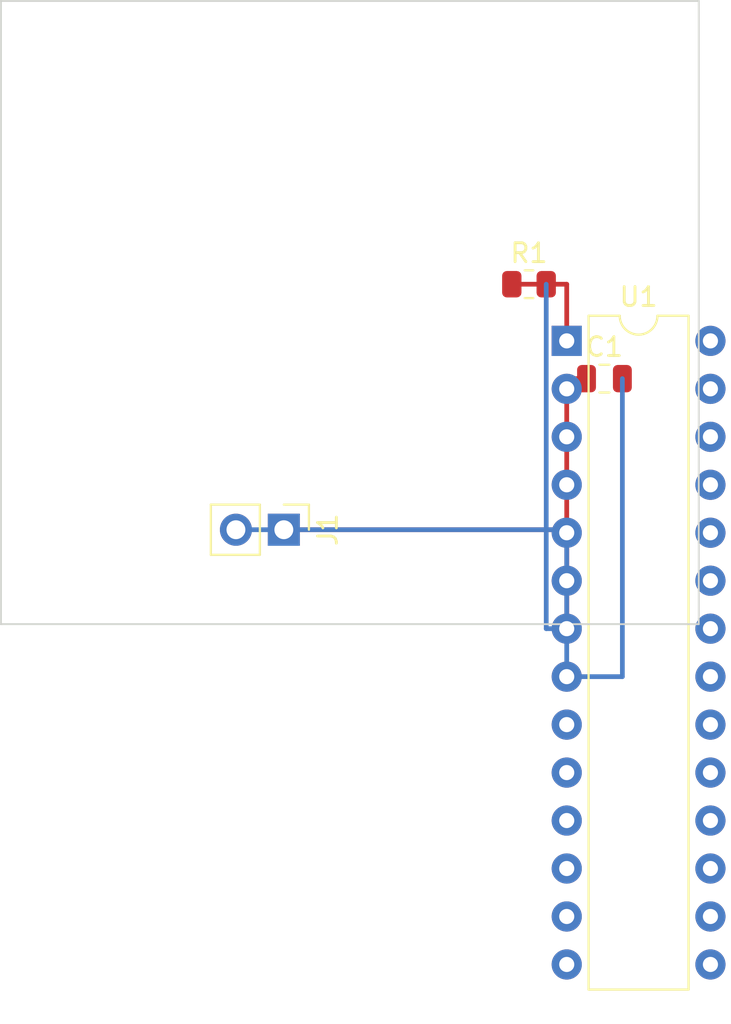
<source format=kicad_pcb>
(kicad_pcb (version 20211014) (generator pcbnew)
  (layers (0 "F.Cu" signal) (31 "B.Cu" signal) (34 "B.Paste" user) (35 "F.Paste" user) (36 "B.SilkS" user "B.Silkscreen") (37 "F.SilkS" user "F.Silkscreen") (38 "B.Mask" user) (39 "F.Mask" user) (44 "Edge.Cuts" user))
  (net 0 "")
  (footprint "C_0805_2012Metric" (layer "F.Cu") (at 32 20)
    (fp_text reference "C1" (at 0 -1.68) (layer "F.SilkS"))
    (fp_text value "100nF")
    (fp_line (start -0.261252 -0.735) (end 0.261252 -0.735) (layer "F.SilkS") (width 0.12))
    (fp_line (start -0.261252 0.735) (end 0.261252 0.735) (layer "F.SilkS") (width 0.12))
    (pad "1" smd roundrect (at -0.95 0) (size 1 1.45) (layers "F.Cu" "F.Paste" "F.Mask"))
    (pad "2" smd roundrect (at 0.95 0) (size 1 1.45) (layers "F.Cu" "F.Paste" "F.Mask"))
  )
  (footprint "R_0805_2012Metric" (layer "F.Cu") (at 28 15)
    (fp_text reference "R1" (at 0 -1.65) (layer "F.SilkS"))
    (fp_text value "10K")
    (fp_line (start -0.227064 0.735) (end 0.227064 0.735) (layer "F.SilkS") (width 0.12))
    (fp_line (start -0.227064 -0.735) (end 0.227064 -0.735) (layer "F.SilkS") (width 0.12))
    (pad "1" smd roundrect (at -0.9125 0) (size 1.025 1.4) (layers "F.Cu" "F.Paste" "F.Mask") (roundrect_rratio 0.243902))
    (pad "2" smd roundrect (at 0.9125 0) (size 1.025 1.4) (layers "F.Cu" "F.Paste" "F.Mask") (roundrect_rratio 0.243902))
  )
  (footprint "DIP-28_W7.62mm" (layer "F.Cu") (at 30 18)
    (fp_text reference "U1" (at 3.81 -2.33) (layer "F.SilkS"))
    (fp_text value "ATmega328P")
    (fp_line (start 6.46 -1.33) (end 4.81 -1.33) (layer "F.SilkS") (width 0.12))
    (fp_line (start 1.16 -1.33) (end 1.16 34.35) (layer "F.SilkS") (width 0.12))
    (fp_line (start 1.16 34.35) (end 6.46 34.35) (layer "F.SilkS") (width 0.12))
    (fp_line (start 2.81 -1.33) (end 1.16 -1.33) (layer "F.SilkS") (width 0.12))
    (fp_line (start 6.46 34.35) (end 6.46 -1.33) (layer "F.SilkS") (width 0.12))
    (fp_arc (start 4.81 -1.33) (mid 3.81 -0.33) (end 2.81 -1.33) (layer "F.SilkS") (width 0.12))
    (pad "1" thru_hole rect (at 0 0) (size 1.6 1.6) (drill 0.8) (layers *.Cu *.Mask))
    (pad "2" thru_hole oval (at 0 2.54) (size 1.6 1.6) (drill 0.8) (layers *.Cu *.Mask))
    (pad "3" thru_hole oval (at 0 5.08) (size 1.6 1.6) (drill 0.8) (layers *.Cu *.Mask))
    (pad "4" thru_hole oval (at 0 7.62) (size 1.6 1.6) (drill 0.8) (layers *.Cu *.Mask))
    (pad "5" thru_hole oval (at 0 10.16) (size 1.6 1.6) (drill 0.8) (layers *.Cu *.Mask))
    (pad "6" thru_hole oval (at 0 12.7) (size 1.6 1.6) (drill 0.8) (layers *.Cu *.Mask))
    (pad "7" thru_hole oval (at 0 15.24) (size 1.6 1.6) (drill 0.8) (layers *.Cu *.Mask))
    (pad "8" thru_hole oval (at 0 17.78) (size 1.6 1.6) (drill 0.8) (layers *.Cu *.Mask))
    (pad "9" thru_hole oval (at 0 20.32) (size 1.6 1.6) (drill 0.8) (layers *.Cu *.Mask))
    (pad "10" thru_hole oval (at 0 22.86) (size 1.6 1.6) (drill 0.8) (layers *.Cu *.Mask))
    (pad "11" thru_hole oval (at 0 25.4) (size 1.6 1.6) (drill 0.8) (layers *.Cu *.Mask))
    (pad "12" thru_hole oval (at 0 27.94) (size 1.6 1.6) (drill 0.8) (layers *.Cu *.Mask))
    (pad "13" thru_hole oval (at 0 30.48) (size 1.6 1.6) (drill 0.8) (layers *.Cu *.Mask))
    (pad "14" thru_hole oval (at 0 33.02) (size 1.6 1.6) (drill 0.8) (layers *.Cu *.Mask))
    (pad "15" thru_hole oval (at 7.62 33.02) (size 1.6 1.6) (drill 0.8) (layers *.Cu *.Mask))
    (pad "16" thru_hole oval (at 7.62 30.48) (size 1.6 1.6) (drill 0.8) (layers *.Cu *.Mask))
    (pad "17" thru_hole oval (at 7.62 27.94) (size 1.6 1.6) (drill 0.8) (layers *.Cu *.Mask))
    (pad "18" thru_hole oval (at 7.62 25.4) (size 1.6 1.6) (drill 0.8) (layers *.Cu *.Mask))
    (pad "19" thru_hole oval (at 7.62 22.86) (size 1.6 1.6) (drill 0.8) (layers *.Cu *.Mask))
    (pad "20" thru_hole oval (at 7.62 20.32) (size 1.6 1.6) (drill 0.8) (layers *.Cu *.Mask))
    (pad "21" thru_hole oval (at 7.62 17.78) (size 1.6 1.6) (drill 0.8) (layers *.Cu *.Mask))
    (pad "22" thru_hole oval (at 7.62 15.24) (size 1.6 1.6) (drill 0.8) (layers *.Cu *.Mask))
    (pad "23" thru_hole oval (at 7.62 12.7) (size 1.6 1.6) (drill 0.8) (layers *.Cu *.Mask))
    (pad "24" thru_hole oval (at 7.62 10.16) (size 1.6 1.6) (drill 0.8) (layers *.Cu *.Mask))
    (pad "25" thru_hole oval (at 7.62 7.62) (size 1.6 1.6) (drill 0.8) (layers *.Cu *.Mask))
    (pad "26" thru_hole oval (at 7.62 5.08) (size 1.6 1.6) (drill 0.8) (layers *.Cu *.Mask))
    (pad "27" thru_hole oval (at 7.62 2.54) (size 1.6 1.6) (drill 0.8) (layers *.Cu *.Mask))
    (pad "28" thru_hole oval (at 7.62 0) (size 1.6 1.6) (drill 0.8) (layers *.Cu *.Mask))
  )
  (footprint "PinHeader_1x02_P2.54mm_Vertical" (layer "F.Cu") (at 15 28 -90)
    (fp_text reference "J1" (at 0 -2.33 -90) (layer "F.SilkS"))
    (fp_text value "Power Header")
    (fp_line (start -1.33 3.87) (end 1.33 3.87) (layer "F.SilkS") (width 0.12))
    (fp_line (start -1.33 -1.33) (end 0 -1.33) (layer "F.SilkS") (width 0.12))
    (fp_line (start -1.33 1.27) (end 1.33 1.27) (layer "F.SilkS") (width 0.12))
    (fp_line (start -1.33 1.27) (end -1.33 3.87) (layer "F.SilkS") (width 0.12))
    (fp_line (start 1.33 1.27) (end 1.33 3.87) (layer "F.SilkS") (width 0.12))
    (fp_line (start -1.33 0) (end -1.33 -1.33) (layer "F.SilkS") (width 0.12))
    (pad "1" thru_hole rect (at 0 0 270) (size 1.7 1.7) (drill 1) (layers *.Cu *.Mask))
    (pad "2" thru_hole oval (at 0 2.54 270) (size 1.7 1.7) (drill 1) (layers *.Cu *.Mask))
  )
  (gr_line (start 0 0) (end 37 0) (layer "Edge.Cuts") (width 0.1))
  (gr_line (start 0 33) (end 0 0) (layer "Edge.Cuts") (width 0.1))
  (gr_line (start 37 33) (end 0 33) (layer "Edge.Cuts") (width 0.1))
  (gr_line (start 37 0) (end 37 33) (layer "Edge.Cuts") (width 0.1))
  (segment (start 30 18) (end 30 15) (width 0.25) (layer "F.Cu") (net 0))
  (segment (start 30 28) (end 30 33.24) (width 0.25) (layer "F.Cu") (net 0))
  (segment (start 30 20) (end 31.05 20) (width 0.25) (layer "F.Cu") (net 0))
  (segment (start 30 15) (end 27.0875 15) (width 0.25) (layer "F.Cu") (net 0))
  (segment (start 30 33.24) (end 30 20) (width 0.25) (layer "F.Cu") (net 0))
  (segment (start 15 28) (end 30 28) (width 0.25) (layer "F.Cu") (net 0))
  (segment (start 32.95 20) (end 32.95 35.78) (width 0.25) (layer "B.Cu") (net 0))
  (segment (start 32.95 35.78) (end 30 35.78) (width 0.25) (layer "B.Cu") (net 0))
  (segment (start 30 28) (end 30 35.78) (width 0.25) (layer "B.Cu") (net 0))
  (segment (start 12.46 28) (end 30 28) (width 0.25) (layer "B.Cu") (net 0))
  (segment (start 28.9125 33.24) (end 30 33.24) (width 0.25) (layer "B.Cu") (net 0))
  (segment (start 28.9125 15) (end 28.9125 33.24) (width 0.25) (layer "B.Cu") (net 0))
)
</source>
